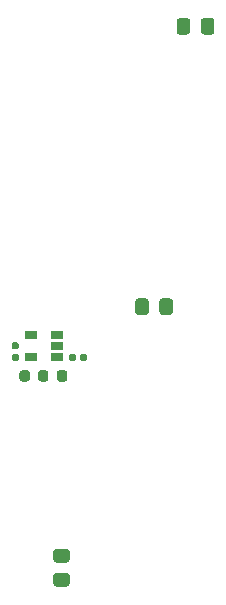
<source format=gbr>
G04 #@! TF.GenerationSoftware,KiCad,Pcbnew,5.1.6-c6e7f7d~86~ubuntu20.04.1*
G04 #@! TF.CreationDate,2020-06-28T08:51:03-07:00*
G04 #@! TF.ProjectId,glasgow-pmod,676c6173-676f-4772-9d70-6d6f642e6b69,rev?*
G04 #@! TF.SameCoordinates,PX90013c0PY44b6550*
G04 #@! TF.FileFunction,Paste,Top*
G04 #@! TF.FilePolarity,Positive*
%FSLAX46Y46*%
G04 Gerber Fmt 4.6, Leading zero omitted, Abs format (unit mm)*
G04 Created by KiCad (PCBNEW 5.1.6-c6e7f7d~86~ubuntu20.04.1) date 2020-06-28 08:51:03*
%MOMM*%
%LPD*%
G01*
G04 APERTURE LIST*
%ADD10R,1.060000X0.650000*%
G04 APERTURE END LIST*
D10*
X6250000Y-30950000D03*
X6250000Y-29050000D03*
X8450000Y-29050000D03*
X8450000Y-30000000D03*
X8450000Y-30950000D03*
G36*
G01*
X8412500Y-32806250D02*
X8412500Y-32293750D01*
G75*
G02*
X8631250Y-32075000I218750J0D01*
G01*
X9068750Y-32075000D01*
G75*
G02*
X9287500Y-32293750I0J-218750D01*
G01*
X9287500Y-32806250D01*
G75*
G02*
X9068750Y-33025000I-218750J0D01*
G01*
X8631250Y-33025000D01*
G75*
G02*
X8412500Y-32806250I0J218750D01*
G01*
G37*
G36*
G01*
X6812500Y-32806250D02*
X6812500Y-32293750D01*
G75*
G02*
X7031250Y-32075000I218750J0D01*
G01*
X7468750Y-32075000D01*
G75*
G02*
X7687500Y-32293750I0J-218750D01*
G01*
X7687500Y-32806250D01*
G75*
G02*
X7468750Y-33025000I-218750J0D01*
G01*
X7031250Y-33025000D01*
G75*
G02*
X6812500Y-32806250I0J218750D01*
G01*
G37*
G36*
G01*
X5237500Y-32806250D02*
X5237500Y-32293750D01*
G75*
G02*
X5456250Y-32075000I218750J0D01*
G01*
X5893750Y-32075000D01*
G75*
G02*
X6112500Y-32293750I0J-218750D01*
G01*
X6112500Y-32806250D01*
G75*
G02*
X5893750Y-33025000I-218750J0D01*
G01*
X5456250Y-33025000D01*
G75*
G02*
X5237500Y-32806250I0J218750D01*
G01*
G37*
G36*
G01*
X5072500Y-30310000D02*
X4727500Y-30310000D01*
G75*
G02*
X4580000Y-30162500I0J147500D01*
G01*
X4580000Y-29867500D01*
G75*
G02*
X4727500Y-29720000I147500J0D01*
G01*
X5072500Y-29720000D01*
G75*
G02*
X5220000Y-29867500I0J-147500D01*
G01*
X5220000Y-30162500D01*
G75*
G02*
X5072500Y-30310000I-147500J0D01*
G01*
G37*
G36*
G01*
X5072500Y-31280000D02*
X4727500Y-31280000D01*
G75*
G02*
X4580000Y-31132500I0J147500D01*
G01*
X4580000Y-30837500D01*
G75*
G02*
X4727500Y-30690000I147500J0D01*
G01*
X5072500Y-30690000D01*
G75*
G02*
X5220000Y-30837500I0J-147500D01*
G01*
X5220000Y-31132500D01*
G75*
G02*
X5072500Y-31280000I-147500J0D01*
G01*
G37*
G36*
G01*
X10390000Y-31172500D02*
X10390000Y-30827500D01*
G75*
G02*
X10537500Y-30680000I147500J0D01*
G01*
X10832500Y-30680000D01*
G75*
G02*
X10980000Y-30827500I0J-147500D01*
G01*
X10980000Y-31172500D01*
G75*
G02*
X10832500Y-31320000I-147500J0D01*
G01*
X10537500Y-31320000D01*
G75*
G02*
X10390000Y-31172500I0J147500D01*
G01*
G37*
G36*
G01*
X9420000Y-31172500D02*
X9420000Y-30827500D01*
G75*
G02*
X9567500Y-30680000I147500J0D01*
G01*
X9862500Y-30680000D01*
G75*
G02*
X10010000Y-30827500I0J-147500D01*
G01*
X10010000Y-31172500D01*
G75*
G02*
X9862500Y-31320000I-147500J0D01*
G01*
X9567500Y-31320000D01*
G75*
G02*
X9420000Y-31172500I0J147500D01*
G01*
G37*
G36*
G01*
X9250001Y-50400000D02*
X8349999Y-50400000D01*
G75*
G02*
X8100000Y-50150001I0J249999D01*
G01*
X8100000Y-49499999D01*
G75*
G02*
X8349999Y-49250000I249999J0D01*
G01*
X9250001Y-49250000D01*
G75*
G02*
X9500000Y-49499999I0J-249999D01*
G01*
X9500000Y-50150001D01*
G75*
G02*
X9250001Y-50400000I-249999J0D01*
G01*
G37*
G36*
G01*
X9250001Y-48350000D02*
X8349999Y-48350000D01*
G75*
G02*
X8100000Y-48100001I0J249999D01*
G01*
X8100000Y-47449999D01*
G75*
G02*
X8349999Y-47200000I249999J0D01*
G01*
X9250001Y-47200000D01*
G75*
G02*
X9500000Y-47449999I0J-249999D01*
G01*
X9500000Y-48100001D01*
G75*
G02*
X9250001Y-48350000I-249999J0D01*
G01*
G37*
G36*
G01*
X17090000Y-27143001D02*
X17090000Y-26242999D01*
G75*
G02*
X17339999Y-25993000I249999J0D01*
G01*
X17990001Y-25993000D01*
G75*
G02*
X18240000Y-26242999I0J-249999D01*
G01*
X18240000Y-27143001D01*
G75*
G02*
X17990001Y-27393000I-249999J0D01*
G01*
X17339999Y-27393000D01*
G75*
G02*
X17090000Y-27143001I0J249999D01*
G01*
G37*
G36*
G01*
X15040000Y-27143001D02*
X15040000Y-26242999D01*
G75*
G02*
X15289999Y-25993000I249999J0D01*
G01*
X15940001Y-25993000D01*
G75*
G02*
X16190000Y-26242999I0J-249999D01*
G01*
X16190000Y-27143001D01*
G75*
G02*
X15940001Y-27393000I-249999J0D01*
G01*
X15289999Y-27393000D01*
G75*
G02*
X15040000Y-27143001I0J249999D01*
G01*
G37*
G36*
G01*
X20600000Y-3400001D02*
X20600000Y-2499999D01*
G75*
G02*
X20849999Y-2250000I249999J0D01*
G01*
X21500001Y-2250000D01*
G75*
G02*
X21750000Y-2499999I0J-249999D01*
G01*
X21750000Y-3400001D01*
G75*
G02*
X21500001Y-3650000I-249999J0D01*
G01*
X20849999Y-3650000D01*
G75*
G02*
X20600000Y-3400001I0J249999D01*
G01*
G37*
G36*
G01*
X18550000Y-3400001D02*
X18550000Y-2499999D01*
G75*
G02*
X18799999Y-2250000I249999J0D01*
G01*
X19450001Y-2250000D01*
G75*
G02*
X19700000Y-2499999I0J-249999D01*
G01*
X19700000Y-3400001D01*
G75*
G02*
X19450001Y-3650000I-249999J0D01*
G01*
X18799999Y-3650000D01*
G75*
G02*
X18550000Y-3400001I0J249999D01*
G01*
G37*
M02*

</source>
